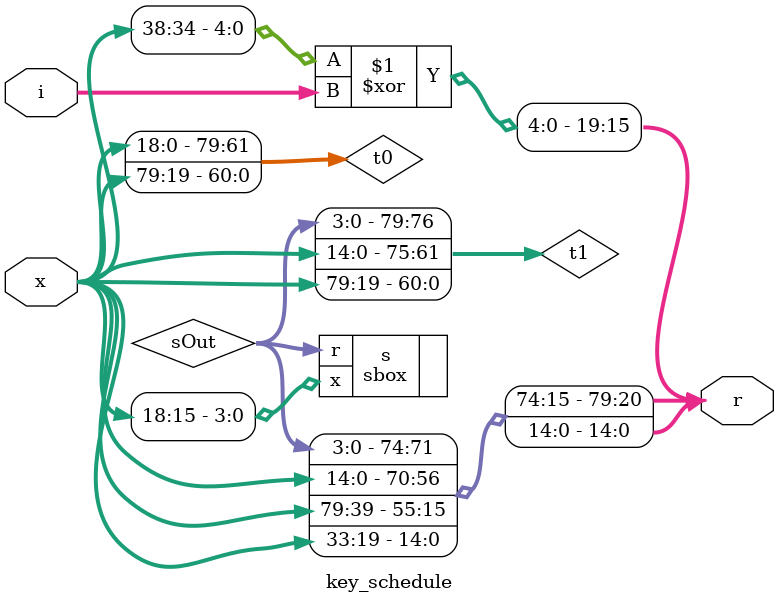
<source format=v>
/* Copyright (C) 2017 Daniel Page <csdsp@bristol.ac.uk>
 *
 * Use of this source code is restricted per the CC BY-NC-ND license, a copy of 
 * which can be found via http://creativecommons.org (and should be included as 
 * LICENSE.txt within the associated archive or repository).
 */

module key_schedule( output wire [ 79 : 0 ] r,
                      input wire [ 79 : 0 ] x,
                      input wire [  4 : 0 ] i );

// Stage 1: complete this module implementation   
  wire [ 79 : 0 ] t0, t1;   
  wire [ 3 : 0 ] sOut;    

  //left rotate 61 bits   
  assign t0 = { x [ 18 : 0 ], x [ 79 : 19 ] };    

  //sbox substitute   
  sbox s( .x( t0 [ 79 : 76 ] ), .r( sOut ) );   
  assign t1 = { sOut, t0 [ 75 : 0 ] };    

  //xor 19:15   
  assign r = { t1 [ 79 : 20 ], t1 [ 19 : 15 ]^i, t1 [ 14 : 0 ] };

endmodule


</source>
